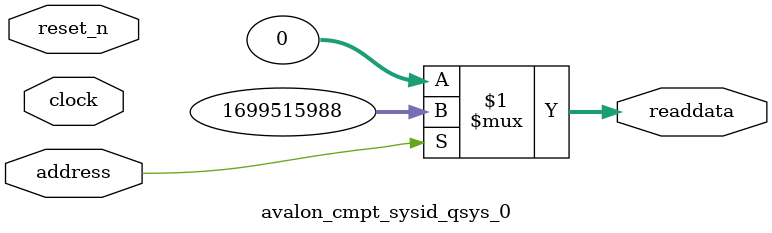
<source format=v>



// synthesis translate_off
`timescale 1ns / 1ps
// synthesis translate_on

// turn off superfluous verilog processor warnings 
// altera message_level Level1 
// altera message_off 10034 10035 10036 10037 10230 10240 10030 

module avalon_cmpt_sysid_qsys_0 (
               // inputs:
                address,
                clock,
                reset_n,

               // outputs:
                readdata
             )
;

  output  [ 31: 0] readdata;
  input            address;
  input            clock;
  input            reset_n;

  wire    [ 31: 0] readdata;
  //control_slave, which is an e_avalon_slave
  assign readdata = address ? 1699515988 : 0;

endmodule



</source>
